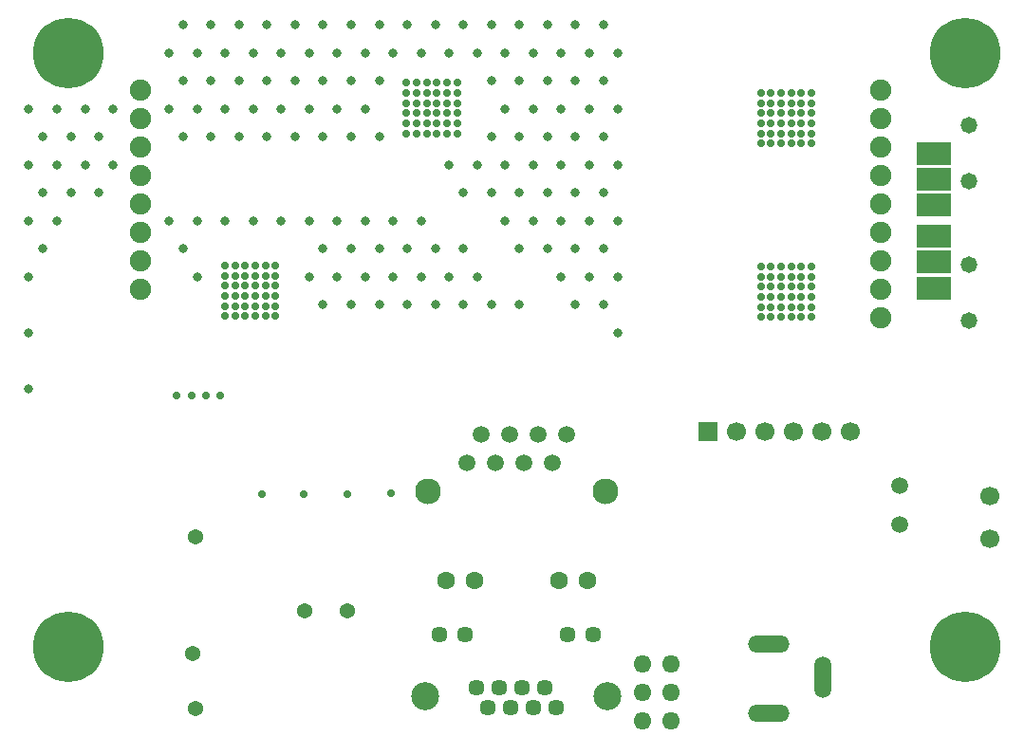
<source format=gbs>
G04*
G04 #@! TF.GenerationSoftware,Altium Limited,Altium Designer,21.9.2 (33)*
G04*
G04 Layer_Color=16711935*
%FSLAX25Y25*%
%MOIN*%
G70*
G04*
G04 #@! TF.SameCoordinates,7D1D80C0-A4A2-4293-B872-F3C3C3D81CEA*
G04*
G04*
G04 #@! TF.FilePolarity,Negative*
G04*
G01*
G75*
%ADD62C,0.07480*%
%ADD63C,0.00394*%
%ADD64O,0.05906X0.14567*%
%ADD65O,0.14567X0.05906*%
%ADD66C,0.06694*%
%ADD67C,0.05906*%
%ADD68C,0.05794*%
%ADD69O,0.05906X0.06394*%
%ADD70C,0.06693*%
%ADD71R,0.06693X0.06693*%
%ADD72C,0.06299*%
%ADD73C,0.09055*%
%ADD74C,0.09843*%
%ADD75C,0.05709*%
%ADD77C,0.02795*%
%ADD78C,0.05394*%
%ADD79C,0.03162*%
%ADD80C,0.02756*%
%ADD108R,0.12205X0.08268*%
%ADD109C,0.24803*%
D62*
X49134Y235020D02*
D03*
Y225020D02*
D03*
Y215020D02*
D03*
Y205020D02*
D03*
Y195020D02*
D03*
Y185020D02*
D03*
Y175020D02*
D03*
Y165020D02*
D03*
X309134Y235020D02*
D03*
Y225020D02*
D03*
Y215020D02*
D03*
Y205020D02*
D03*
Y195020D02*
D03*
Y185020D02*
D03*
Y175020D02*
D03*
Y165020D02*
D03*
Y155020D02*
D03*
D63*
X51181Y254035D02*
D03*
Y135728D02*
D03*
X307087D02*
D03*
Y254035D02*
D03*
X203602Y78740D02*
D03*
X158602D02*
D03*
X156102Y7756D02*
D03*
X206102D02*
D03*
D64*
X288583Y28543D02*
D03*
D65*
X269685Y15748D02*
D03*
Y40354D02*
D03*
D66*
X347441Y77146D02*
D03*
Y92146D02*
D03*
D67*
X315748Y82087D02*
D03*
Y95866D02*
D03*
X168602Y113740D02*
D03*
X173602Y103740D02*
D03*
X178602Y113740D02*
D03*
X183602Y103740D02*
D03*
X188602Y113740D02*
D03*
X193602Y103740D02*
D03*
X198602Y113740D02*
D03*
X163602Y103740D02*
D03*
D68*
X340158Y153937D02*
D03*
Y173622D02*
D03*
Y222441D02*
D03*
Y202756D02*
D03*
D69*
X235315Y13228D02*
D03*
X225315D02*
D03*
X235315Y23228D02*
D03*
X225315D02*
D03*
X235315Y33228D02*
D03*
X225315D02*
D03*
D70*
X298425Y114961D02*
D03*
X288425D02*
D03*
X258425D02*
D03*
X268425D02*
D03*
X278425D02*
D03*
D71*
X248425D02*
D03*
D72*
X206004Y62598D02*
D03*
X195965D02*
D03*
X166240D02*
D03*
X156201D02*
D03*
D73*
X212264Y93898D02*
D03*
X149941D02*
D03*
D74*
X213110Y21772D02*
D03*
X149094D02*
D03*
D75*
X208110Y43701D02*
D03*
X199094D02*
D03*
X163110D02*
D03*
X154095D02*
D03*
X167047Y24764D02*
D03*
X175079D02*
D03*
X183110D02*
D03*
X191142D02*
D03*
X171063Y17756D02*
D03*
X179095D02*
D03*
X187126D02*
D03*
X195158D02*
D03*
D77*
X266929Y172835D02*
D03*
X270472D02*
D03*
X274016D02*
D03*
X277559D02*
D03*
X281102D02*
D03*
X284646D02*
D03*
X266929Y169291D02*
D03*
X270472D02*
D03*
X274016D02*
D03*
X277559D02*
D03*
X281102D02*
D03*
X284646D02*
D03*
X266929Y165748D02*
D03*
X270472D02*
D03*
X274016D02*
D03*
X277559D02*
D03*
X281102D02*
D03*
X284646D02*
D03*
X266929Y162205D02*
D03*
X270472D02*
D03*
X274016D02*
D03*
X277559D02*
D03*
X281102D02*
D03*
X284646D02*
D03*
X266929Y158661D02*
D03*
X270472D02*
D03*
X274016D02*
D03*
X277559D02*
D03*
X281102D02*
D03*
X284646D02*
D03*
Y155118D02*
D03*
X281102D02*
D03*
X277559D02*
D03*
X274016D02*
D03*
X270472D02*
D03*
X266929D02*
D03*
Y233858D02*
D03*
X270472D02*
D03*
X274016D02*
D03*
X277559D02*
D03*
X281102D02*
D03*
X284646D02*
D03*
X266929Y230315D02*
D03*
X270472D02*
D03*
X274016D02*
D03*
X277559D02*
D03*
X281102D02*
D03*
X284646D02*
D03*
X266929Y226772D02*
D03*
X270472D02*
D03*
X274016D02*
D03*
X277559D02*
D03*
X281102D02*
D03*
X284646D02*
D03*
X266929Y223228D02*
D03*
X270472D02*
D03*
X274016D02*
D03*
X277559D02*
D03*
X281102D02*
D03*
X284646D02*
D03*
X266929Y219685D02*
D03*
X270472D02*
D03*
X274016D02*
D03*
X277559D02*
D03*
X281102D02*
D03*
X284646D02*
D03*
Y216142D02*
D03*
X281102D02*
D03*
X277559D02*
D03*
X274016D02*
D03*
X270472D02*
D03*
X266929D02*
D03*
X78740Y173228D02*
D03*
X82284D02*
D03*
X85827D02*
D03*
X89370D02*
D03*
X92913D02*
D03*
X96457D02*
D03*
X78740Y169685D02*
D03*
X82284D02*
D03*
X85827D02*
D03*
X89370D02*
D03*
X92913D02*
D03*
X96457D02*
D03*
X78740Y166142D02*
D03*
X82284D02*
D03*
X85827D02*
D03*
X89370D02*
D03*
X92913D02*
D03*
X96457D02*
D03*
X78740Y162599D02*
D03*
X82284D02*
D03*
X85827D02*
D03*
X89370D02*
D03*
X92913D02*
D03*
X96457D02*
D03*
X78740Y159055D02*
D03*
X82284D02*
D03*
X85827D02*
D03*
X89370D02*
D03*
X92913D02*
D03*
X96457D02*
D03*
Y155512D02*
D03*
X92913D02*
D03*
X89370D02*
D03*
X85827D02*
D03*
X82284D02*
D03*
X78740D02*
D03*
X142520Y237402D02*
D03*
X146063D02*
D03*
X149606D02*
D03*
X153150D02*
D03*
X156693D02*
D03*
X160236D02*
D03*
X142520Y233858D02*
D03*
X146063D02*
D03*
X149606D02*
D03*
X153150D02*
D03*
X156693D02*
D03*
X160236D02*
D03*
X142520Y230315D02*
D03*
X146063D02*
D03*
X149606D02*
D03*
X153150D02*
D03*
X156693D02*
D03*
X160236D02*
D03*
X142520Y226772D02*
D03*
X146063D02*
D03*
X149606D02*
D03*
X153150D02*
D03*
X156693D02*
D03*
X160236D02*
D03*
X142520Y223228D02*
D03*
X146063D02*
D03*
X149606D02*
D03*
X153150D02*
D03*
X156693D02*
D03*
X160236D02*
D03*
Y219685D02*
D03*
X156693D02*
D03*
X153150D02*
D03*
X149606D02*
D03*
X146063D02*
D03*
X142520D02*
D03*
D78*
X68504Y17717D02*
D03*
Y77953D02*
D03*
X121653Y51968D02*
D03*
X67323Y37008D02*
D03*
X106555Y51831D02*
D03*
D79*
X216535Y248032D02*
D03*
Y228346D02*
D03*
Y208662D02*
D03*
Y188976D02*
D03*
Y169291D02*
D03*
Y149606D02*
D03*
X211614Y257874D02*
D03*
X206693Y248032D02*
D03*
X211614Y238189D02*
D03*
X206693Y228346D02*
D03*
X211614Y218504D02*
D03*
X206693Y208662D02*
D03*
X211614Y198819D02*
D03*
X206693Y188976D02*
D03*
X211614Y179134D02*
D03*
X206693Y169291D02*
D03*
X211614Y159449D02*
D03*
X201772Y257874D02*
D03*
X196850Y248032D02*
D03*
X201772Y238189D02*
D03*
X196850Y228346D02*
D03*
X201772Y218504D02*
D03*
X196850Y208662D02*
D03*
X201772Y198819D02*
D03*
X196850Y188976D02*
D03*
X201772Y179134D02*
D03*
X196850Y169291D02*
D03*
X201772Y159449D02*
D03*
X191929Y257874D02*
D03*
X187008Y248032D02*
D03*
X191929Y238189D02*
D03*
X187008Y228346D02*
D03*
X191929Y218504D02*
D03*
X187008Y208662D02*
D03*
X191929Y198819D02*
D03*
X187008Y188976D02*
D03*
X191929Y179134D02*
D03*
X182087Y257874D02*
D03*
X177165Y248032D02*
D03*
X182087Y238189D02*
D03*
X177165Y228346D02*
D03*
X182087Y218504D02*
D03*
X177165Y208662D02*
D03*
X182087Y198819D02*
D03*
X177165Y188976D02*
D03*
X182087Y179134D02*
D03*
Y159449D02*
D03*
X172244Y257874D02*
D03*
X167323Y248032D02*
D03*
X172244Y238189D02*
D03*
Y218504D02*
D03*
X167323Y208662D02*
D03*
X172244Y198819D02*
D03*
X167323Y169291D02*
D03*
X172244Y159449D02*
D03*
X162402Y257874D02*
D03*
X157480Y248032D02*
D03*
Y208662D02*
D03*
X162402Y198819D02*
D03*
Y179134D02*
D03*
X157480Y169291D02*
D03*
X162402Y159449D02*
D03*
X152559Y257874D02*
D03*
X147638Y248032D02*
D03*
Y188976D02*
D03*
X152559Y179134D02*
D03*
X147638Y169291D02*
D03*
X152559Y159449D02*
D03*
X142717Y257874D02*
D03*
X137795Y248032D02*
D03*
Y188976D02*
D03*
X142717Y179134D02*
D03*
X137795Y169291D02*
D03*
X142717Y159449D02*
D03*
X132874Y257874D02*
D03*
X127953Y248032D02*
D03*
X132874Y238189D02*
D03*
X127953Y228346D02*
D03*
X132874Y218504D02*
D03*
X127953Y188976D02*
D03*
X132874Y179134D02*
D03*
X127953Y169291D02*
D03*
X132874Y159449D02*
D03*
X123031Y257874D02*
D03*
X118110Y248032D02*
D03*
X123031Y238189D02*
D03*
X118110Y228346D02*
D03*
X123031Y218504D02*
D03*
X118110Y188976D02*
D03*
X123031Y179134D02*
D03*
X118110Y169291D02*
D03*
X123031Y159449D02*
D03*
X113189Y257874D02*
D03*
X108268Y248032D02*
D03*
X113189Y238189D02*
D03*
X108268Y228346D02*
D03*
X113189Y218504D02*
D03*
X108268Y188976D02*
D03*
X113189Y179134D02*
D03*
X108268Y169291D02*
D03*
X113189Y159449D02*
D03*
X103346Y257874D02*
D03*
X98425Y248032D02*
D03*
X103346Y238189D02*
D03*
X98425Y228346D02*
D03*
X103346Y218504D02*
D03*
X98425Y188976D02*
D03*
X93504Y257874D02*
D03*
X88583Y248032D02*
D03*
X93504Y238189D02*
D03*
X88583Y228346D02*
D03*
X93504Y218504D02*
D03*
X88583Y188976D02*
D03*
X83661Y257874D02*
D03*
X78740Y248032D02*
D03*
X83661Y238189D02*
D03*
X78740Y228346D02*
D03*
X83661Y218504D02*
D03*
X78740Y188976D02*
D03*
X73819Y257874D02*
D03*
X68898Y248032D02*
D03*
X73819Y238189D02*
D03*
X68898Y228346D02*
D03*
X73819Y218504D02*
D03*
X68898Y188976D02*
D03*
Y169291D02*
D03*
X63976Y257874D02*
D03*
X59055Y248032D02*
D03*
X63976Y238189D02*
D03*
X59055Y228346D02*
D03*
X63976Y218504D02*
D03*
X59055Y188976D02*
D03*
X63976Y179134D02*
D03*
X39370Y228346D02*
D03*
Y208662D02*
D03*
X29528Y228346D02*
D03*
X34449Y218504D02*
D03*
X29528Y208662D02*
D03*
X34449Y198819D02*
D03*
X19685Y228346D02*
D03*
X24606Y218504D02*
D03*
X19685Y208662D02*
D03*
X24606Y198819D02*
D03*
X19685Y188976D02*
D03*
X9843Y228346D02*
D03*
X14764Y218504D02*
D03*
X9843Y208662D02*
D03*
X14764Y198819D02*
D03*
X9843Y188976D02*
D03*
X14764Y179134D02*
D03*
X9843Y169291D02*
D03*
Y149606D02*
D03*
Y129921D02*
D03*
D80*
X77165Y127559D02*
D03*
X72047D02*
D03*
X66929D02*
D03*
X61811D02*
D03*
X91732Y92913D02*
D03*
X137008Y93307D02*
D03*
X121653Y92913D02*
D03*
X106299D02*
D03*
D108*
X327559Y174409D02*
D03*
Y183465D02*
D03*
Y165354D02*
D03*
Y203543D02*
D03*
Y212598D02*
D03*
Y194488D02*
D03*
D109*
X338583Y39370D02*
D03*
X23622D02*
D03*
X338583Y248031D02*
D03*
X23622D02*
D03*
M02*

</source>
